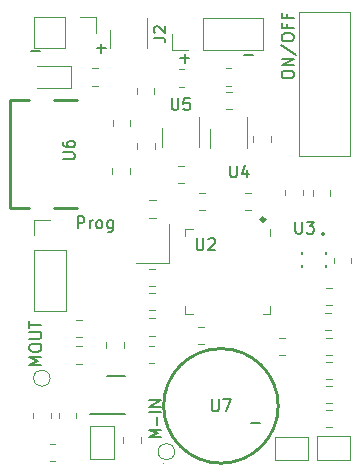
<source format=gbr>
%TF.GenerationSoftware,KiCad,Pcbnew,7.0.9*%
%TF.CreationDate,2024-08-20T21:59:07+03:00*%
%TF.ProjectId,LED-HeadBand,4c45442d-4865-4616-9442-616e642e6b69,rev?*%
%TF.SameCoordinates,Original*%
%TF.FileFunction,Legend,Top*%
%TF.FilePolarity,Positive*%
%FSLAX46Y46*%
G04 Gerber Fmt 4.6, Leading zero omitted, Abs format (unit mm)*
G04 Created by KiCad (PCBNEW 7.0.9) date 2024-08-20 21:59:07*
%MOMM*%
%LPD*%
G01*
G04 APERTURE LIST*
%ADD10C,0.300000*%
%ADD11C,0.150000*%
%ADD12C,0.254000*%
%ADD13C,0.127000*%
%ADD14C,0.200000*%
%ADD15C,0.120000*%
%ADD16C,0.100000*%
%ADD17C,0.059995*%
G04 APERTURE END LIST*
D10*
X144221600Y-43208000D02*
G75*
G03*
X144221600Y-43208000I-150000J0D01*
G01*
D11*
X137066779Y-29538866D02*
X137828684Y-29538866D01*
X137447731Y-29919819D02*
X137447731Y-29157914D01*
X129978379Y-28698866D02*
X130740284Y-28698866D01*
X130359331Y-29079819D02*
X130359331Y-28317914D01*
X124390379Y-28952866D02*
X125152284Y-28952866D01*
X145659819Y-31022744D02*
X145659819Y-30832268D01*
X145659819Y-30832268D02*
X145707438Y-30737030D01*
X145707438Y-30737030D02*
X145802676Y-30641792D01*
X145802676Y-30641792D02*
X145993152Y-30594173D01*
X145993152Y-30594173D02*
X146326485Y-30594173D01*
X146326485Y-30594173D02*
X146516961Y-30641792D01*
X146516961Y-30641792D02*
X146612200Y-30737030D01*
X146612200Y-30737030D02*
X146659819Y-30832268D01*
X146659819Y-30832268D02*
X146659819Y-31022744D01*
X146659819Y-31022744D02*
X146612200Y-31117982D01*
X146612200Y-31117982D02*
X146516961Y-31213220D01*
X146516961Y-31213220D02*
X146326485Y-31260839D01*
X146326485Y-31260839D02*
X145993152Y-31260839D01*
X145993152Y-31260839D02*
X145802676Y-31213220D01*
X145802676Y-31213220D02*
X145707438Y-31117982D01*
X145707438Y-31117982D02*
X145659819Y-31022744D01*
X146659819Y-30165601D02*
X145659819Y-30165601D01*
X145659819Y-30165601D02*
X146659819Y-29594173D01*
X146659819Y-29594173D02*
X145659819Y-29594173D01*
X145612200Y-28403697D02*
X146897914Y-29260839D01*
X145659819Y-27879887D02*
X145659819Y-27689411D01*
X145659819Y-27689411D02*
X145707438Y-27594173D01*
X145707438Y-27594173D02*
X145802676Y-27498935D01*
X145802676Y-27498935D02*
X145993152Y-27451316D01*
X145993152Y-27451316D02*
X146326485Y-27451316D01*
X146326485Y-27451316D02*
X146516961Y-27498935D01*
X146516961Y-27498935D02*
X146612200Y-27594173D01*
X146612200Y-27594173D02*
X146659819Y-27689411D01*
X146659819Y-27689411D02*
X146659819Y-27879887D01*
X146659819Y-27879887D02*
X146612200Y-27975125D01*
X146612200Y-27975125D02*
X146516961Y-28070363D01*
X146516961Y-28070363D02*
X146326485Y-28117982D01*
X146326485Y-28117982D02*
X145993152Y-28117982D01*
X145993152Y-28117982D02*
X145802676Y-28070363D01*
X145802676Y-28070363D02*
X145707438Y-27975125D01*
X145707438Y-27975125D02*
X145659819Y-27879887D01*
X146136009Y-26689411D02*
X146136009Y-27022744D01*
X146659819Y-27022744D02*
X145659819Y-27022744D01*
X145659819Y-27022744D02*
X145659819Y-26546554D01*
X146136009Y-25832268D02*
X146136009Y-26165601D01*
X146659819Y-26165601D02*
X145659819Y-26165601D01*
X145659819Y-26165601D02*
X145659819Y-25689411D01*
X142496779Y-29308866D02*
X143258684Y-29308866D01*
X128386779Y-43949819D02*
X128386779Y-42949819D01*
X128386779Y-42949819D02*
X128767731Y-42949819D01*
X128767731Y-42949819D02*
X128862969Y-42997438D01*
X128862969Y-42997438D02*
X128910588Y-43045057D01*
X128910588Y-43045057D02*
X128958207Y-43140295D01*
X128958207Y-43140295D02*
X128958207Y-43283152D01*
X128958207Y-43283152D02*
X128910588Y-43378390D01*
X128910588Y-43378390D02*
X128862969Y-43426009D01*
X128862969Y-43426009D02*
X128767731Y-43473628D01*
X128767731Y-43473628D02*
X128386779Y-43473628D01*
X129386779Y-43949819D02*
X129386779Y-43283152D01*
X129386779Y-43473628D02*
X129434398Y-43378390D01*
X129434398Y-43378390D02*
X129482017Y-43330771D01*
X129482017Y-43330771D02*
X129577255Y-43283152D01*
X129577255Y-43283152D02*
X129672493Y-43283152D01*
X130148684Y-43949819D02*
X130053446Y-43902200D01*
X130053446Y-43902200D02*
X130005827Y-43854580D01*
X130005827Y-43854580D02*
X129958208Y-43759342D01*
X129958208Y-43759342D02*
X129958208Y-43473628D01*
X129958208Y-43473628D02*
X130005827Y-43378390D01*
X130005827Y-43378390D02*
X130053446Y-43330771D01*
X130053446Y-43330771D02*
X130148684Y-43283152D01*
X130148684Y-43283152D02*
X130291541Y-43283152D01*
X130291541Y-43283152D02*
X130386779Y-43330771D01*
X130386779Y-43330771D02*
X130434398Y-43378390D01*
X130434398Y-43378390D02*
X130482017Y-43473628D01*
X130482017Y-43473628D02*
X130482017Y-43759342D01*
X130482017Y-43759342D02*
X130434398Y-43854580D01*
X130434398Y-43854580D02*
X130386779Y-43902200D01*
X130386779Y-43902200D02*
X130291541Y-43949819D01*
X130291541Y-43949819D02*
X130148684Y-43949819D01*
X131339160Y-43283152D02*
X131339160Y-44092676D01*
X131339160Y-44092676D02*
X131291541Y-44187914D01*
X131291541Y-44187914D02*
X131243922Y-44235533D01*
X131243922Y-44235533D02*
X131148684Y-44283152D01*
X131148684Y-44283152D02*
X131005827Y-44283152D01*
X131005827Y-44283152D02*
X130910589Y-44235533D01*
X131339160Y-43902200D02*
X131243922Y-43949819D01*
X131243922Y-43949819D02*
X131053446Y-43949819D01*
X131053446Y-43949819D02*
X130958208Y-43902200D01*
X130958208Y-43902200D02*
X130910589Y-43854580D01*
X130910589Y-43854580D02*
X130862970Y-43759342D01*
X130862970Y-43759342D02*
X130862970Y-43473628D01*
X130862970Y-43473628D02*
X130910589Y-43378390D01*
X130910589Y-43378390D02*
X130958208Y-43330771D01*
X130958208Y-43330771D02*
X131053446Y-43283152D01*
X131053446Y-43283152D02*
X131243922Y-43283152D01*
X131243922Y-43283152D02*
X131339160Y-43330771D01*
X127134819Y-38101904D02*
X127944342Y-38101904D01*
X127944342Y-38101904D02*
X128039580Y-38054285D01*
X128039580Y-38054285D02*
X128087200Y-38006666D01*
X128087200Y-38006666D02*
X128134819Y-37911428D01*
X128134819Y-37911428D02*
X128134819Y-37720952D01*
X128134819Y-37720952D02*
X128087200Y-37625714D01*
X128087200Y-37625714D02*
X128039580Y-37578095D01*
X128039580Y-37578095D02*
X127944342Y-37530476D01*
X127944342Y-37530476D02*
X127134819Y-37530476D01*
X127134819Y-36625714D02*
X127134819Y-36816190D01*
X127134819Y-36816190D02*
X127182438Y-36911428D01*
X127182438Y-36911428D02*
X127230057Y-36959047D01*
X127230057Y-36959047D02*
X127372914Y-37054285D01*
X127372914Y-37054285D02*
X127563390Y-37101904D01*
X127563390Y-37101904D02*
X127944342Y-37101904D01*
X127944342Y-37101904D02*
X128039580Y-37054285D01*
X128039580Y-37054285D02*
X128087200Y-37006666D01*
X128087200Y-37006666D02*
X128134819Y-36911428D01*
X128134819Y-36911428D02*
X128134819Y-36720952D01*
X128134819Y-36720952D02*
X128087200Y-36625714D01*
X128087200Y-36625714D02*
X128039580Y-36578095D01*
X128039580Y-36578095D02*
X127944342Y-36530476D01*
X127944342Y-36530476D02*
X127706247Y-36530476D01*
X127706247Y-36530476D02*
X127611009Y-36578095D01*
X127611009Y-36578095D02*
X127563390Y-36625714D01*
X127563390Y-36625714D02*
X127515771Y-36720952D01*
X127515771Y-36720952D02*
X127515771Y-36911428D01*
X127515771Y-36911428D02*
X127563390Y-37006666D01*
X127563390Y-37006666D02*
X127611009Y-37054285D01*
X127611009Y-37054285D02*
X127706247Y-37101904D01*
X146812095Y-43396819D02*
X146812095Y-44206342D01*
X146812095Y-44206342D02*
X146859714Y-44301580D01*
X146859714Y-44301580D02*
X146907333Y-44349200D01*
X146907333Y-44349200D02*
X147002571Y-44396819D01*
X147002571Y-44396819D02*
X147193047Y-44396819D01*
X147193047Y-44396819D02*
X147288285Y-44349200D01*
X147288285Y-44349200D02*
X147335904Y-44301580D01*
X147335904Y-44301580D02*
X147383523Y-44206342D01*
X147383523Y-44206342D02*
X147383523Y-43396819D01*
X147764476Y-43396819D02*
X148383523Y-43396819D01*
X148383523Y-43396819D02*
X148050190Y-43777771D01*
X148050190Y-43777771D02*
X148193047Y-43777771D01*
X148193047Y-43777771D02*
X148288285Y-43825390D01*
X148288285Y-43825390D02*
X148335904Y-43873009D01*
X148335904Y-43873009D02*
X148383523Y-43968247D01*
X148383523Y-43968247D02*
X148383523Y-44206342D01*
X148383523Y-44206342D02*
X148335904Y-44301580D01*
X148335904Y-44301580D02*
X148288285Y-44349200D01*
X148288285Y-44349200D02*
X148193047Y-44396819D01*
X148193047Y-44396819D02*
X147907333Y-44396819D01*
X147907333Y-44396819D02*
X147812095Y-44349200D01*
X147812095Y-44349200D02*
X147764476Y-44301580D01*
X134809819Y-27823333D02*
X135524104Y-27823333D01*
X135524104Y-27823333D02*
X135666961Y-27870952D01*
X135666961Y-27870952D02*
X135762200Y-27966190D01*
X135762200Y-27966190D02*
X135809819Y-28109047D01*
X135809819Y-28109047D02*
X135809819Y-28204285D01*
X134905057Y-27394761D02*
X134857438Y-27347142D01*
X134857438Y-27347142D02*
X134809819Y-27251904D01*
X134809819Y-27251904D02*
X134809819Y-27013809D01*
X134809819Y-27013809D02*
X134857438Y-26918571D01*
X134857438Y-26918571D02*
X134905057Y-26870952D01*
X134905057Y-26870952D02*
X135000295Y-26823333D01*
X135000295Y-26823333D02*
X135095533Y-26823333D01*
X135095533Y-26823333D02*
X135238390Y-26870952D01*
X135238390Y-26870952D02*
X135809819Y-27442380D01*
X135809819Y-27442380D02*
X135809819Y-26823333D01*
X138448095Y-44794819D02*
X138448095Y-45604342D01*
X138448095Y-45604342D02*
X138495714Y-45699580D01*
X138495714Y-45699580D02*
X138543333Y-45747200D01*
X138543333Y-45747200D02*
X138638571Y-45794819D01*
X138638571Y-45794819D02*
X138829047Y-45794819D01*
X138829047Y-45794819D02*
X138924285Y-45747200D01*
X138924285Y-45747200D02*
X138971904Y-45699580D01*
X138971904Y-45699580D02*
X139019523Y-45604342D01*
X139019523Y-45604342D02*
X139019523Y-44794819D01*
X139448095Y-44890057D02*
X139495714Y-44842438D01*
X139495714Y-44842438D02*
X139590952Y-44794819D01*
X139590952Y-44794819D02*
X139829047Y-44794819D01*
X139829047Y-44794819D02*
X139924285Y-44842438D01*
X139924285Y-44842438D02*
X139971904Y-44890057D01*
X139971904Y-44890057D02*
X140019523Y-44985295D01*
X140019523Y-44985295D02*
X140019523Y-45080533D01*
X140019523Y-45080533D02*
X139971904Y-45223390D01*
X139971904Y-45223390D02*
X139400476Y-45794819D01*
X139400476Y-45794819D02*
X140019523Y-45794819D01*
X141278095Y-38644819D02*
X141278095Y-39454342D01*
X141278095Y-39454342D02*
X141325714Y-39549580D01*
X141325714Y-39549580D02*
X141373333Y-39597200D01*
X141373333Y-39597200D02*
X141468571Y-39644819D01*
X141468571Y-39644819D02*
X141659047Y-39644819D01*
X141659047Y-39644819D02*
X141754285Y-39597200D01*
X141754285Y-39597200D02*
X141801904Y-39549580D01*
X141801904Y-39549580D02*
X141849523Y-39454342D01*
X141849523Y-39454342D02*
X141849523Y-38644819D01*
X142754285Y-38978152D02*
X142754285Y-39644819D01*
X142516190Y-38597200D02*
X142278095Y-39311485D01*
X142278095Y-39311485D02*
X142897142Y-39311485D01*
X135455819Y-61613856D02*
X134455819Y-61613856D01*
X134455819Y-61613856D02*
X135170104Y-61313856D01*
X135170104Y-61313856D02*
X134455819Y-61013856D01*
X134455819Y-61013856D02*
X135455819Y-61013856D01*
X135074866Y-60585285D02*
X135074866Y-59899571D01*
X135455819Y-59470999D02*
X134455819Y-59470999D01*
X135455819Y-59042428D02*
X134455819Y-59042428D01*
X134455819Y-59042428D02*
X135455819Y-58528142D01*
X135455819Y-58528142D02*
X134455819Y-58528142D01*
X125295819Y-55482904D02*
X124295819Y-55482904D01*
X124295819Y-55482904D02*
X125010104Y-55149571D01*
X125010104Y-55149571D02*
X124295819Y-54816238D01*
X124295819Y-54816238D02*
X125295819Y-54816238D01*
X124295819Y-54149571D02*
X124295819Y-53959095D01*
X124295819Y-53959095D02*
X124343438Y-53863857D01*
X124343438Y-53863857D02*
X124438676Y-53768619D01*
X124438676Y-53768619D02*
X124629152Y-53721000D01*
X124629152Y-53721000D02*
X124962485Y-53721000D01*
X124962485Y-53721000D02*
X125152961Y-53768619D01*
X125152961Y-53768619D02*
X125248200Y-53863857D01*
X125248200Y-53863857D02*
X125295819Y-53959095D01*
X125295819Y-53959095D02*
X125295819Y-54149571D01*
X125295819Y-54149571D02*
X125248200Y-54244809D01*
X125248200Y-54244809D02*
X125152961Y-54340047D01*
X125152961Y-54340047D02*
X124962485Y-54387666D01*
X124962485Y-54387666D02*
X124629152Y-54387666D01*
X124629152Y-54387666D02*
X124438676Y-54340047D01*
X124438676Y-54340047D02*
X124343438Y-54244809D01*
X124343438Y-54244809D02*
X124295819Y-54149571D01*
X124295819Y-53292428D02*
X125105342Y-53292428D01*
X125105342Y-53292428D02*
X125200580Y-53244809D01*
X125200580Y-53244809D02*
X125248200Y-53197190D01*
X125248200Y-53197190D02*
X125295819Y-53101952D01*
X125295819Y-53101952D02*
X125295819Y-52911476D01*
X125295819Y-52911476D02*
X125248200Y-52816238D01*
X125248200Y-52816238D02*
X125200580Y-52768619D01*
X125200580Y-52768619D02*
X125105342Y-52721000D01*
X125105342Y-52721000D02*
X124295819Y-52721000D01*
X124295819Y-52387666D02*
X124295819Y-51816238D01*
X125295819Y-52101952D02*
X124295819Y-52101952D01*
X139748092Y-58444819D02*
X139748092Y-59254342D01*
X139748092Y-59254342D02*
X139795711Y-59349580D01*
X139795711Y-59349580D02*
X139843330Y-59397200D01*
X139843330Y-59397200D02*
X139938568Y-59444819D01*
X139938568Y-59444819D02*
X140129044Y-59444819D01*
X140129044Y-59444819D02*
X140224282Y-59397200D01*
X140224282Y-59397200D02*
X140271901Y-59349580D01*
X140271901Y-59349580D02*
X140319520Y-59254342D01*
X140319520Y-59254342D02*
X140319520Y-58444819D01*
X140700473Y-58444819D02*
X141367139Y-58444819D01*
X141367139Y-58444819D02*
X140938568Y-59444819D01*
X143050051Y-60454265D02*
X143811956Y-60454265D01*
X136333295Y-32919919D02*
X136333295Y-33729442D01*
X136333295Y-33729442D02*
X136380914Y-33824680D01*
X136380914Y-33824680D02*
X136428533Y-33872300D01*
X136428533Y-33872300D02*
X136523771Y-33919919D01*
X136523771Y-33919919D02*
X136714247Y-33919919D01*
X136714247Y-33919919D02*
X136809485Y-33872300D01*
X136809485Y-33872300D02*
X136857104Y-33824680D01*
X136857104Y-33824680D02*
X136904723Y-33729442D01*
X136904723Y-33729442D02*
X136904723Y-32919919D01*
X137857104Y-32919919D02*
X137380914Y-32919919D01*
X137380914Y-32919919D02*
X137333295Y-33396109D01*
X137333295Y-33396109D02*
X137380914Y-33348490D01*
X137380914Y-33348490D02*
X137476152Y-33300871D01*
X137476152Y-33300871D02*
X137714247Y-33300871D01*
X137714247Y-33300871D02*
X137809485Y-33348490D01*
X137809485Y-33348490D02*
X137857104Y-33396109D01*
X137857104Y-33396109D02*
X137904723Y-33491347D01*
X137904723Y-33491347D02*
X137904723Y-33729442D01*
X137904723Y-33729442D02*
X137857104Y-33824680D01*
X137857104Y-33824680D02*
X137809485Y-33872300D01*
X137809485Y-33872300D02*
X137714247Y-33919919D01*
X137714247Y-33919919D02*
X137476152Y-33919919D01*
X137476152Y-33919919D02*
X137380914Y-33872300D01*
X137380914Y-33872300D02*
X137333295Y-33824680D01*
D12*
%TO.C,U6*%
X128314101Y-33057965D02*
X126417809Y-33057965D01*
X124234015Y-33057965D02*
X122660939Y-33057965D01*
X122660939Y-33057965D02*
X122660939Y-42201984D01*
X126417809Y-42201984D02*
X128314101Y-42201984D01*
X122660939Y-42201984D02*
X124234015Y-42201984D01*
D13*
%TO.C,U3*%
X149390000Y-45967500D02*
X149390000Y-46127500D01*
X147390000Y-45967500D02*
X147390000Y-46127500D01*
X149390000Y-47227500D02*
X149390000Y-47067500D01*
X147390000Y-47227500D02*
X147390000Y-47067500D01*
D14*
X149250000Y-44437500D02*
G75*
G03*
X149250000Y-44437500I-100000J0D01*
G01*
D15*
%TO.C,JP3*%
X151480000Y-63560000D02*
X148680000Y-63560000D01*
X151480000Y-61560000D02*
X151480000Y-63560000D01*
X148680000Y-63560000D02*
X148680000Y-61560000D01*
X148680000Y-61560000D02*
X151480000Y-61560000D01*
%TO.C,C20*%
X140928748Y-32385000D02*
X141451252Y-32385000D01*
X140928748Y-33855000D02*
X141451252Y-33855000D01*
%TO.C,R10*%
X147435000Y-40692936D02*
X147435000Y-41147064D01*
X145965000Y-40692936D02*
X145965000Y-41147064D01*
%TO.C,R9*%
X150085000Y-46877064D02*
X150085000Y-46422936D01*
X151555000Y-46877064D02*
X151555000Y-46422936D01*
%TO.C,R3*%
X124614000Y-60037064D02*
X124614000Y-59582936D01*
X126084000Y-60037064D02*
X126084000Y-59582936D01*
%TO.C,C12*%
X149765000Y-40678748D02*
X149765000Y-41201252D01*
X148295000Y-40678748D02*
X148295000Y-41201252D01*
%TO.C,C7*%
X134428748Y-51575000D02*
X134951252Y-51575000D01*
X134428748Y-53045000D02*
X134951252Y-53045000D01*
%TO.C,Q1*%
X134249600Y-27920100D02*
X134249600Y-26120100D01*
X134249600Y-27920100D02*
X134249600Y-28720100D01*
X131129600Y-27920100D02*
X131129600Y-27120100D01*
X131129600Y-27920100D02*
X131129600Y-28720100D01*
%TO.C,C4*%
X138549748Y-52300200D02*
X139072252Y-52300200D01*
X138549748Y-53770200D02*
X139072252Y-53770200D01*
%TO.C,R11*%
X141397064Y-31885000D02*
X140942936Y-31885000D01*
X141397064Y-30415000D02*
X140942936Y-30415000D01*
%TO.C,R6*%
X131335000Y-35257064D02*
X131335000Y-34802936D01*
X132805000Y-35257064D02*
X132805000Y-34802936D01*
%TO.C,J2*%
X136355000Y-28820000D02*
X136355000Y-27490000D01*
X137685000Y-28820000D02*
X136355000Y-28820000D01*
X138955000Y-28820000D02*
X144095000Y-28820000D01*
X138955000Y-28820000D02*
X138955000Y-26160000D01*
X144095000Y-28820000D02*
X144095000Y-26160000D01*
X138955000Y-26160000D02*
X144095000Y-26160000D01*
%TO.C,U2*%
X137461600Y-43989600D02*
X138111600Y-43989600D01*
X144681600Y-44639600D02*
X144681600Y-43989600D01*
X137461600Y-44639600D02*
X137461600Y-43989600D01*
X144681600Y-50559600D02*
X144681600Y-51209600D01*
X137461600Y-50559600D02*
X137461600Y-51209600D01*
X144681600Y-51209600D02*
X144031600Y-51209600D01*
X137461600Y-51209600D02*
X138111600Y-51209600D01*
%TO.C,R4*%
X137367064Y-40125000D02*
X136912936Y-40125000D01*
X137367064Y-38655000D02*
X136912936Y-38655000D01*
D16*
%TO.C,SW2*%
X147130000Y-37830000D02*
X151430000Y-37830000D01*
X151430000Y-37830000D02*
X151430000Y-25630000D01*
X151430000Y-25630000D02*
X147130000Y-25630000D01*
X147130000Y-25630000D02*
X147130000Y-37830000D01*
D15*
%TO.C,C6*%
X149867252Y-52551000D02*
X149344748Y-52551000D01*
X149867252Y-51081000D02*
X149344748Y-51081000D01*
%TO.C,Y1*%
X133280000Y-46850000D02*
X136080000Y-46850000D01*
X136080000Y-46850000D02*
X136080000Y-43550000D01*
%TO.C,U4*%
X142700000Y-36330000D02*
X142700000Y-34530000D01*
X142700000Y-36330000D02*
X142700000Y-37130000D01*
X139580000Y-36330000D02*
X139580000Y-35530000D01*
X139580000Y-36330000D02*
X139580000Y-37130000D01*
%TO.C,C8*%
X149921252Y-54710000D02*
X149398748Y-54710000D01*
X149921252Y-53240000D02*
X149398748Y-53240000D01*
%TO.C,R8*%
X134422936Y-53925000D02*
X134877064Y-53925000D01*
X134422936Y-55395000D02*
X134877064Y-55395000D01*
%TO.C,J1*%
X124710000Y-43210000D02*
X126040000Y-43210000D01*
X124710000Y-44540000D02*
X124710000Y-43210000D01*
X124710000Y-45810000D02*
X124710000Y-50950000D01*
X124710000Y-45810000D02*
X127370000Y-45810000D01*
X124710000Y-50950000D02*
X127370000Y-50950000D01*
X127370000Y-45810000D02*
X127370000Y-50950000D01*
%TO.C,BT1*%
X129909800Y-26051200D02*
X129909800Y-27381200D01*
X128579800Y-26051200D02*
X129909800Y-26051200D01*
X127309800Y-26051200D02*
X124709800Y-26051200D01*
X127309800Y-26051200D02*
X127309800Y-28711200D01*
X124709800Y-26051200D02*
X124709800Y-28711200D01*
X127309800Y-28711200D02*
X124709800Y-28711200D01*
%TO.C,C1*%
X142537548Y-40921000D02*
X143060052Y-40921000D01*
X142537548Y-42391000D02*
X143060052Y-42391000D01*
D11*
%TO.C,U1*%
X129405000Y-59687500D02*
X132405000Y-59687500D01*
X130905000Y-56437500D02*
X132405000Y-56437500D01*
D15*
%TO.C,C22*%
X133445000Y-37241252D02*
X133445000Y-36718748D01*
X134915000Y-37241252D02*
X134915000Y-36718748D01*
%TO.C,JP1*%
X129429000Y-63470000D02*
X129429000Y-60670000D01*
X131429000Y-63470000D02*
X129429000Y-63470000D01*
X129429000Y-60670000D02*
X131429000Y-60670000D01*
X131429000Y-60670000D02*
X131429000Y-63470000D01*
%TO.C,M-IN*%
X136590000Y-62865000D02*
G75*
G03*
X136590000Y-62865000I-700000J0D01*
G01*
%TO.C,D1*%
X127793200Y-32100400D02*
X127793200Y-30180400D01*
X127793200Y-30180400D02*
X124933200Y-30180400D01*
X124933200Y-32100400D02*
X127793200Y-32100400D01*
%TO.C,MOUT*%
X126049000Y-56642000D02*
G75*
G03*
X126049000Y-56642000I-700000J0D01*
G01*
%TO.C,C14*%
X134398748Y-47385000D02*
X134921252Y-47385000D01*
X134398748Y-48855000D02*
X134921252Y-48855000D01*
%TO.C,R12*%
X137407064Y-31965000D02*
X136952936Y-31965000D01*
X137407064Y-30495000D02*
X136952936Y-30495000D01*
%TO.C,C11*%
X149911252Y-50465000D02*
X149388748Y-50465000D01*
X149911252Y-48995000D02*
X149388748Y-48995000D01*
%TO.C,C17*%
X132265000Y-53568748D02*
X132265000Y-54091252D01*
X130795000Y-53568748D02*
X130795000Y-54091252D01*
%TO.C,R2*%
X126773000Y-60044064D02*
X126773000Y-59589936D01*
X128243000Y-60044064D02*
X128243000Y-59589936D01*
%TO.C,C19*%
X133704000Y-61587748D02*
X133704000Y-62110252D01*
X132234000Y-61587748D02*
X132234000Y-62110252D01*
%TO.C,C16*%
X128238748Y-53935000D02*
X128761252Y-53935000D01*
X128238748Y-55405000D02*
X128761252Y-55405000D01*
%TO.C,C18*%
X143255000Y-36671252D02*
X143255000Y-36148748D01*
X144725000Y-36671252D02*
X144725000Y-36148748D01*
%TO.C,C10*%
X149942752Y-58769000D02*
X149420248Y-58769000D01*
X149942752Y-57299000D02*
X149420248Y-57299000D01*
%TO.C,R5*%
X130071864Y-31875400D02*
X129617736Y-31875400D01*
X130071864Y-30405400D02*
X129617736Y-30405400D01*
%TO.C,JP2*%
X145110000Y-61580000D02*
X147910000Y-61580000D01*
X145110000Y-63580000D02*
X145110000Y-61580000D01*
X147910000Y-61580000D02*
X147910000Y-63580000D01*
X147910000Y-63580000D02*
X145110000Y-63580000D01*
%TO.C,R1*%
X126010936Y-62215000D02*
X126465064Y-62215000D01*
X126010936Y-63685000D02*
X126465064Y-63685000D01*
%TO.C,C24*%
X149942752Y-60801000D02*
X149420248Y-60801000D01*
X149942752Y-59331000D02*
X149420248Y-59331000D01*
%TO.C,C15*%
X128218748Y-51675000D02*
X128741252Y-51675000D01*
X128218748Y-53145000D02*
X128741252Y-53145000D01*
D17*
%TO.C,U7*%
X135684978Y-63839809D02*
G75*
G03*
X135684978Y-63839809I-29998J0D01*
G01*
D12*
X145361407Y-58983396D02*
G75*
G03*
X145361407Y-58983396I-4851410J0D01*
G01*
D15*
%TO.C,R7*%
X132795000Y-38862936D02*
X132795000Y-39317064D01*
X131325000Y-38862936D02*
X131325000Y-39317064D01*
%TO.C,C13*%
X134981252Y-43055000D02*
X134458748Y-43055000D01*
X134981252Y-41585000D02*
X134458748Y-41585000D01*
%TO.C,C9*%
X149942752Y-56737000D02*
X149420248Y-56737000D01*
X149942752Y-55267000D02*
X149420248Y-55267000D01*
%TO.C,C2*%
X139199252Y-42391000D02*
X138676748Y-42391000D01*
X139199252Y-40921000D02*
X138676748Y-40921000D01*
%TO.C,U5*%
X138640000Y-36290000D02*
X138640000Y-34490000D01*
X138640000Y-36290000D02*
X138640000Y-37090000D01*
X135520000Y-36290000D02*
X135520000Y-35490000D01*
X135520000Y-36290000D02*
X135520000Y-37090000D01*
%TO.C,C21*%
X133405000Y-32571252D02*
X133405000Y-32048748D01*
X134875000Y-32571252D02*
X134875000Y-32048748D01*
%TO.C,C5*%
X145930252Y-54710000D02*
X145407748Y-54710000D01*
X145930252Y-53240000D02*
X145407748Y-53240000D01*
%TO.C,C3*%
X134428748Y-49435000D02*
X134951252Y-49435000D01*
X134428748Y-50905000D02*
X134951252Y-50905000D01*
%TD*%
M02*

</source>
